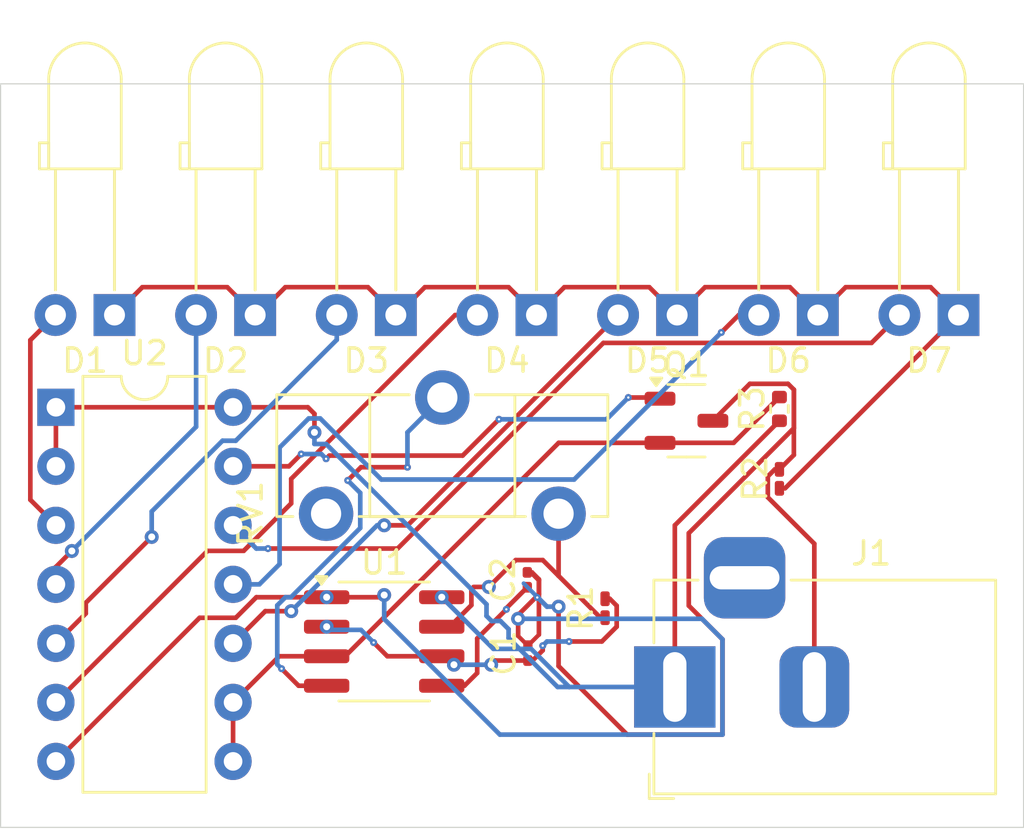
<source format=kicad_pcb>
(kicad_pcb (version 20240108) (generator "pcbnew") (generator_version "8.0")
  (layers (0 "F.Cu" signal) (31 "B.Cu" signal) (34 "B.Paste" user) (35 "F.Paste" user) (36 "B.SilkS" user "B.Silkscreen") (37 "F.SilkS" user "F.Silkscreen") (38 "B.Mask" user) (39 "F.Mask" user) (44 "Edge.Cuts" user))
  (net 0 "")
  (net 1 "GND")
  (net 2 "Net-(U1-THR)")
  (net 3 "Net-(U1-CV)")
  (net 4 "Net-(D1-K)")
  (net 5 "/l1")
  (net 6 "/l2")
  (net 7 "/l3")
  (net 8 "/l4")
  (net 9 "/l5")
  (net 10 "/l6")
  (net 11 "/l7")
  (net 12 "/VCC")
  (net 13 "/clear")
  (net 14 "Net-(Q1-B)")
  (net 15 "Net-(U1-DIS)")
  (net 17 "Net-(U1-R)")
  (footprint "Resistor_SMD:R_0402_1005Metric" (layer "F.Cu") (at 149 99.49 90)
    (property "Reference" "R3" (at 0 -1.17 270) (layer "F.SilkS"))
    (property "Value" "10K")
    (fp_line (start -0.153641 -0.38) (end 0.153641 -0.38) (stroke (width 0.12)) (layer "F.SilkS"))
    (fp_line (start -0.153641 0.38) (end 0.153641 0.38) (stroke (width 0.12)) (layer "F.SilkS"))
    (pad "1" smd roundrect (at -0.51 0 90) (size 0.54 0.64) (layers "F.Cu" "F.Paste" "F.Mask") (net 12 "/VCC"))
    (pad "2" smd roundrect (at 0.51 0 90) (size 0.54 0.64) (layers "F.Cu" "F.Paste" "F.Mask") (net 13 "/clear"))
  )
  (footprint "Package_DIP:DIP-14_W7.62mm" (layer "F.Cu") (at 117.88 99.42)
    (property "Reference" "U2" (at 3.81 -2.33 360) (layer "F.SilkS"))
    (property "Value" "74164")
    (fp_line (start 1.16 -1.33) (end 1.16 16.57) (stroke (width 0.12)) (layer "F.SilkS"))
    (fp_line (start 1.16 16.57) (end 6.46 16.57) (stroke (width 0.12)) (layer "F.SilkS"))
    (fp_line (start 2.81 -1.33) (end 1.16 -1.33) (stroke (width 0.12)) (layer "F.SilkS"))
    (fp_line (start 6.46 -1.33) (end 4.81 -1.33) (stroke (width 0.12)) (layer "F.SilkS"))
    (fp_line (start 6.46 16.57) (end 6.46 -1.33) (stroke (width 0.12)) (layer "F.SilkS"))
    (fp_arc (start 4.81 -1.33) (mid 3.81 -0.33) (end 2.81 -1.33) (stroke (width 0.12)) (layer "F.SilkS"))
    (pad "1" thru_hole rect (at 0 0) (size 1.6 1.6) (drill 0.8) (layers "*.Cu" "*.Mask") (net 12 "/VCC"))
    (pad "2" thru_hole oval (at 0 2.54) (size 1.6 1.6) (drill 0.8) (layers "*.Cu" "*.Mask") (net 12 "/VCC"))
    (pad "3" thru_hole oval (at 0 5.08) (size 1.6 1.6) (drill 0.8) (layers "*.Cu" "*.Mask") (net 5 "/l1"))
    (pad "4" thru_hole oval (at 0 7.62) (size 1.6 1.6) (drill 0.8) (layers "*.Cu" "*.Mask") (net 6 "/l2"))
    (pad "5" thru_hole oval (at 0 10.16) (size 1.6 1.6) (drill 0.8) (layers "*.Cu" "*.Mask") (net 7 "/l3"))
    (pad "6" thru_hole oval (at 0 12.7) (size 1.6 1.6) (drill 0.8) (layers "*.Cu" "*.Mask") (net 8 "/l4"))
    (pad "7" thru_hole oval (at 0 15.24) (size 1.6 1.6) (drill 0.8) (layers "*.Cu" "*.Mask") (net 1 "GND"))
    (pad "8" thru_hole oval (at 7.62 15.24) (size 1.6 1.6) (drill 0.8) (layers "*.Cu" "*.Mask") (net 13 "/clear"))
    (pad "9" thru_hole oval (at 7.62 12.7) (size 1.6 1.6) (drill 0.8) (layers "*.Cu" "*.Mask") (net 13 "/clear"))
    (pad "10" thru_hole oval (at 7.62 10.16) (size 1.6 1.6) (drill 0.8) (layers "*.Cu" "*.Mask") (net 9 "/l5"))
    (pad "11" thru_hole oval (at 7.62 7.62) (size 1.6 1.6) (drill 0.8) (layers "*.Cu" "*.Mask") (net 10 "/l6"))
    (pad "12" thru_hole oval (at 7.62 5.08) (size 1.6 1.6) (drill 0.8) (layers "*.Cu" "*.Mask") (net 11 "/l7"))
    (pad "13" thru_hole oval (at 7.62 2.54) (size 1.6 1.6) (drill 0.8) (layers "*.Cu" "*.Mask") (net 14 "Net-(Q1-B)"))
    (pad "14" thru_hole oval (at 7.62 0) (size 1.6 1.6) (drill 0.8) (layers "*.Cu" "*.Mask") (net 12 "/VCC"))
  )
  (footprint "Connector_BarrelJack:BarrelJack_Horizontal" (layer "F.Cu") (at 144.5 111.4575 180)
    (property "Reference" "J1" (at -8.45 5.75 180) (layer "F.SilkS"))
    (property "Value" "5V DC")
    (fp_line (start 1.1 -3.75) (end 1.1 -4.8) (stroke (width 0.12)) (layer "F.SilkS"))
    (fp_line (start 0.9 4.6) (end -1 4.6) (stroke (width 0.12)) (layer "F.SilkS"))
    (fp_line (start 0.9 1.9) (end 0.9 4.6) (stroke (width 0.12)) (layer "F.SilkS"))
    (fp_line (start 0.9 -4.6) (end 0.9 -2) (stroke (width 0.12)) (layer "F.SilkS"))
    (fp_line (start 0.05 -4.8) (end 1.1 -4.8) (stroke (width 0.12)) (layer "F.SilkS"))
    (fp_line (start -5 4.6) (end -13.8 4.6) (stroke (width 0.12)) (layer "F.SilkS"))
    (fp_line (start -13.8 4.6) (end -13.8 -4.6) (stroke (width 0.12)) (layer "F.SilkS"))
    (fp_line (start -13.8 -4.6) (end 0.9 -4.6) (stroke (width 0.12)) (layer "F.SilkS"))
    (pad "1" thru_hole rect (at 0 0 180) (size 3.5 3.5) (drill oval 1 3) (layers "*.Cu" "*.Mask") (net 12 "/VCC"))
    (pad "2" thru_hole roundrect (at -6 0 180) (size 3 3.5) (drill oval 1 3) (layers "*.Cu" "*.Mask") (net 1 "GND"))
    (pad "3" thru_hole roundrect (at -3 4.7 180) (size 3.5 3.5) (drill oval 3 1) (layers "*.Cu" "*.Mask"))
  )
  (footprint "Resistor_SMD:R_0201_0603Metric_Pad0.64x0.40mm_HandSolder" (layer "F.Cu") (at 149 102.5 90)
    (property "Reference" "R2" (at 0 -1.05 270) (layer "F.SilkS"))
    (property "Value" "220")
    (pad "1" smd roundrect (at -0.4075 0 90) (size 0.635 0.4) (layers "F.Cu" "F.Mask") (net 4 "Net-(D1-K)"))
    (pad "2" smd roundrect (at 0.4075 0 90) (size 0.635 0.4) (layers "F.Cu" "F.Mask") (net 1 "GND"))
  )
  (footprint "Package_SO:SOIC-8_3.9x4.9mm_P1.27mm" (layer "F.Cu") (at 132 109.5)
    (property "Reference" "U1" (at 0 -3.4 0) (layer "F.SilkS"))
    (property "Value" "NE555D")
    (fp_line (start 0 -2.56) (end -1.95 -2.56) (stroke (width 0.12)) (layer "F.SilkS"))
    (fp_line (start 0 -2.56) (end 1.95 -2.56) (stroke (width 0.12)) (layer "F.SilkS"))
    (fp_line (start 0 2.56) (end -1.95 2.56) (stroke (width 0.12)) (layer "F.SilkS"))
    (fp_line (start 0 2.56) (end 1.95 2.56) (stroke (width 0.12)) (layer "F.SilkS"))
    (fp_poly (pts (xy -2.7 -2.465) (xy -2.94 -2.795) (xy -2.46 -2.795) (xy -2.7 -2.465)) (stroke (width 0.12)) (fill solid) (layer "F.SilkS"))
    (pad "1" smd roundrect (at -2.475 -1.905) (size 1.95 0.6) (layers "F.Cu" "F.Paste" "F.Mask") (net 1 "GND"))
    (pad "2" smd roundrect (at -2.475 -0.635) (size 1.95 0.6) (layers "F.Cu" "F.Paste" "F.Mask") (net 2 "Net-(U1-THR)"))
    (pad "3" smd roundrect (at -2.475 0.635) (size 1.95 0.6) (layers "F.Cu" "F.Paste" "F.Mask") (net 13 "/clear"))
    (pad "4" smd roundrect (at -2.475 1.905) (size 1.95 0.6) (layers "F.Cu" "F.Paste" "F.Mask") (net 17 "Net-(U1-R)"))
    (pad "5" smd roundrect (at 2.475 1.905) (size 1.95 0.6) (layers "F.Cu" "F.Paste" "F.Mask") (net 3 "Net-(U1-CV)"))
    (pad "6" smd roundrect (at 2.475 0.635) (size 1.95 0.6) (layers "F.Cu" "F.Paste" "F.Mask") (net 2 "Net-(U1-THR)"))
    (pad "7" smd roundrect (at 2.475 -0.635) (size 1.95 0.6) (layers "F.Cu" "F.Paste" "F.Mask") (net 15 "Net-(U1-DIS)"))
    (pad "8" smd roundrect (at 2.475 -1.905) (size 1.95 0.6) (layers "F.Cu" "F.Paste" "F.Mask") (net 12 "/VCC"))
  )
  (footprint "LED_THT:LED_D3.0mm_Horizontal_O6.35mm_Z10.0mm" (layer "F.Cu") (at 126.45 95.45 180)
    (property "Reference" "D2" (at 1.27 -1.96 180) (layer "F.SilkS"))
    (property "Value" "LED")
    (fp_line (start 3.23 7.41) (end 2.83 7.41) (stroke (width 0.12)) (layer "F.SilkS"))
    (fp_line (start 3.23 6.29) (end 3.23 7.41) (stroke (width 0.12)) (layer "F.SilkS"))
    (fp_line (start 2.83 7.41) (end 2.83 6.29) (stroke (width 0.12)) (layer "F.SilkS"))
    (fp_line (start 2.83 6.29) (end 3.23 6.29) (stroke (width 0.12)) (layer "F.SilkS"))
    (fp_line (start 2.83 6.29) (end 2.83 10.15) (stroke (width 0.12)) (layer "F.SilkS"))
    (fp_line (start 2.54 6.29) (end 2.54 6.29) (stroke (width 0.12)) (layer "F.SilkS"))
    (fp_line (start 2.54 6.29) (end 2.54 1.08) (stroke (width 0.12)) (layer "F.SilkS"))
    (fp_line (start 2.54 1.08) (end 2.54 6.29) (stroke (width 0.12)) (layer "F.SilkS"))
    (fp_line (start 2.54 1.08) (end 2.54 1.08) (stroke (width 0.12)) (layer "F.SilkS"))
    (fp_line (start 0 6.29) (end 0 6.29) (stroke (width 0.12)) (layer "F.SilkS"))
    (fp_line (start 0 6.29) (end 0 1.08) (stroke (width 0.12)) (layer "F.SilkS"))
    (fp_line (start 0 1.08) (end 0 6.29) (stroke (width 0.12)) (layer "F.SilkS"))
    (fp_line (start 0 1.08) (end 0 1.08) (stroke (width 0.12)) (layer "F.SilkS"))
    (fp_line (start -0.29 6.29) (end 2.83 6.29) (stroke (width 0.12)) (layer "F.SilkS"))
    (fp_line (start -0.29 6.29) (end -0.29 10.15) (stroke (width 0.12)) (layer "F.SilkS"))
    (fp_arc (start 2.83 10.15) (mid 1.27 11.71) (end -0.29 10.15) (stroke (width 0.12)) (layer "F.SilkS"))
    (pad "1" thru_hole rect (at 0 0 180) (size 1.8 1.8) (drill 0.9) (layers "*.Cu" "*.Mask") (net 4 "Net-(D1-K)"))
    (pad "2" thru_hole circle (at 2.54 0 180) (size 1.8 1.8) (drill 0.9) (layers "*.Cu" "*.Mask") (net 6 "/l2"))
  )
  (footprint "Capacitor_SMD:C_0201_0603Metric" (layer "F.Cu") (at 138.18 110 90)
    (property "Reference" "C1" (at 0 -1.05 270) (layer "F.SilkS"))
    (property "Value" "100u")
    (pad "1" smd roundrect (at -0.32 0 90) (size 0.46 0.4) (layers "F.Cu" "F.Mask") (net 2 "Net-(U1-THR)"))
    (pad "2" smd roundrect (at 0.32 0 90) (size 0.46 0.4) (layers "F.Cu" "F.Mask") (net 1 "GND"))
  )
  (footprint "Package_TO_SOT_SMD:SOT-23-3" (layer "F.Cu") (at 145 100)
    (property "Reference" "Q1" (at 0 -2.4 0) (layer "F.SilkS"))
    (property "Value" "Q_NPN_BCE")
    (fp_line (start 0 -1.56) (end -0.8 -1.56) (stroke (width 0.12)) (layer "F.SilkS"))
    (fp_line (start 0 -1.56) (end 0.8 -1.56) (stroke (width 0.12)) (layer "F.SilkS"))
    (fp_line (start 0 1.56) (end -0.8 1.56) (stroke (width 0.12)) (layer "F.SilkS"))
    (fp_line (start 0 1.56) (end 0.8 1.56) (stroke (width 0.12)) (layer "F.SilkS"))
    (fp_poly (pts (xy -1.3 -1.51) (xy -1.54 -1.84) (xy -1.06 -1.84) (xy -1.3 -1.51)) (stroke (width 0.12)) (fill solid) (layer "F.SilkS"))
    (pad "1" smd roundrect (at -1.1375 -0.95) (size 1.325 0.6) (layers "F.Cu" "F.Paste" "F.Mask") (net 14 "Net-(Q1-B)"))
    (pad "2" smd roundrect (at -1.1375 0.95) (size 1.325 0.6) (layers "F.Cu" "F.Paste" "F.Mask") (net 13 "/clear"))
    (pad "3" smd roundrect (at 1.1375 0) (size 1.325 0.6) (layers "F.Cu" "F.Paste" "F.Mask") (net 1 "GND"))
  )
  (footprint "Potentiometer_THT:Potentiometer_ACP_CA14-H5_Horizontal" (layer "F.Cu") (at 129.5 104 90)
    (property "Reference" "RV1" (at 0 -3.25 270) (layer "F.SilkS"))
    (property "Value" "4.7K")
    (fp_line (start 5.12 -2.12) (end 5.12 3.575) (stroke (width 0.12)) (layer "F.SilkS"))
    (fp_line (start -0.121 -2.12) (end 5.12 -2.12) (stroke (width 0.12)) (layer "F.SilkS"))
    (fp_line (start -0.121 -2.12) (end -0.121 -1.426) (stroke (width 0.12)) (layer "F.SilkS"))
    (fp_line (start -0.121 1.426) (end -0.121 8.575) (stroke (width 0.12)) (layer "F.SilkS"))
    (fp_line (start 5.12 1.88) (end 5.12 3.575) (stroke (width 0.12)) (layer "F.SilkS"))
    (fp_line (start -0.121 1.88) (end 5.12 1.88) (stroke (width 0.12)) (layer "F.SilkS"))
    (fp_line (start -0.121 1.88) (end -0.121 8.121) (stroke (width 0.12)) (layer "F.SilkS"))
    (fp_line (start 5.12 6.425) (end 5.12 8.121) (stroke (width 0.12)) (layer "F.SilkS"))
    (fp_line (start 5.12 6.425) (end 5.12 12.12) (stroke (width 0.12)) (layer "F.SilkS"))
    (fp_line (start -0.121 8.121) (end 5.12 8.121) (stroke (width 0.12)) (layer "F.SilkS"))
    (fp_line (start -0.121 11.425) (end -0.121 12.12) (stroke (width 0.12)) (layer "F.SilkS"))
    (fp_line (start -0.121 12.12) (end 5.12 12.12) (stroke (width 0.12)) (layer "F.SilkS"))
    (pad "1" thru_hole circle (at 0 0 90) (size 2.34 2.34) (drill 1.3) (layers "*.Cu" "*.Mask"))
    (pad "2" thru_hole circle (at 5 5 90) (size 2.34 2.34) (drill 1.3) (layers "*.Cu" "*.Mask") (net 17 "Net-(U1-R)"))
    (pad "3" thru_hole circle (at 0 10 90) (size 2.34 2.34) (drill 1.3) (layers "*.Cu" "*.Mask") (net 15 "Net-(U1-DIS)"))
  )
  (footprint "LED_THT:LED_D3.0mm_Horizontal_O6.35mm_Z10.0mm" (layer "F.Cu") (at 150.65 95.45 180)
    (property "Reference" "D6" (at 1.27 -1.96 180) (layer "F.SilkS"))
    (property "Value" "LED")
    (fp_line (start 3.23 7.41) (end 2.83 7.41) (stroke (width 0.12)) (layer "F.SilkS"))
    (fp_line (start 3.23 6.29) (end 3.23 7.41) (stroke (width 0.12)) (layer "F.SilkS"))
    (fp_line (start 2.83 7.41) (end 2.83 6.29) (stroke (width 0.12)) (layer "F.SilkS"))
    (fp_line (start 2.83 6.29) (end 3.23 6.29) (stroke (width 0.12)) (layer "F.SilkS"))
    (fp_line (start 2.83 6.29) (end 2.83 10.15) (stroke (width 0.12)) (layer "F.SilkS"))
    (fp_line (start 2.54 6.29) (end 2.54 6.29) (stroke (width 0.12)) (layer "F.SilkS"))
    (fp_line (start 2.54 6.29) (end 2.54 1.08) (stroke (width 0.12)) (layer "F.SilkS"))
    (fp_line (start 2.54 1.08) (end 2.54 6.29) (stroke (width 0.12)) (layer "F.SilkS"))
    (fp_line (start 2.54 1.08) (end 2.54 1.08) (stroke (width 0.12)) (layer "F.SilkS"))
    (fp_line (start 0 6.29) (end 0 6.29) (stroke (width 0.12)) (layer "F.SilkS"))
    (fp_line (start 0 6.29) (end 0 1.08) (stroke (width 0.12)) (layer "F.SilkS"))
    (fp_line (start 0 1.08) (end 0 6.29) (stroke (width 0.12)) (layer "F.SilkS"))
    (fp_line (start 0 1.08) (end 0 1.08) (stroke (width 0.12)) (layer "F.SilkS"))
    (fp_line (start -0.29 6.29) (end 2.83 6.29) (stroke (width 0.12)) (layer "F.SilkS"))
    (fp_line (start -0.29 6.29) (end -0.29 10.15) (stroke (width 0.12)) (layer "F.SilkS"))
    (fp_arc (start 2.83 10.15) (mid 1.27 11.71) (end -0.29 10.15) (stroke (width 0.12)) (layer "F.SilkS"))
    (pad "1" thru_hole rect (at 0 0 180) (size 1.8 1.8) (drill 0.9) (layers "*.Cu" "*.Mask") (net 4 "Net-(D1-K)"))
    (pad "2" thru_hole circle (at 2.54 0 180) (size 1.8 1.8) (drill 0.9) (layers "*.Cu" "*.Mask") (net 10 "/l6"))
  )
  (footprint "LED_THT:LED_D3.0mm_Horizontal_O6.35mm_Z10.0mm" (layer "F.Cu") (at 120.4 95.45 180)
    (property "Reference" "D1" (at 1.27 -1.96 180) (layer "F.SilkS"))
    (property "Value" "LED")
    (fp_line (start 3.23 7.41) (end 2.83 7.41) (stroke (width 0.12)) (layer "F.SilkS"))
    (fp_line (start 3.23 6.29) (end 3.23 7.41) (stroke (width 0.12)) (layer "F.SilkS"))
    (fp_line (start 2.83 7.41) (end 2.83 6.29) (stroke (width 0.12)) (layer "F.SilkS"))
    (fp_line (start 2.83 6.29) (end 3.23 6.29) (stroke (width 0.12)) (layer "F.SilkS"))
    (fp_line (start 2.83 6.29) (end 2.83 10.15) (stroke (width 0.12)) (layer "F.SilkS"))
    (fp_line (start 2.54 6.29) (end 2.54 6.29) (stroke (width 0.12)) (layer "F.SilkS"))
    (fp_line (start 2.54 6.29) (end 2.54 1.08) (stroke (width 0.12)) (layer "F.SilkS"))
    (fp_line (start 2.54 1.08) (end 2.54 6.29) (stroke (width 0.12)) (layer "F.SilkS"))
    (fp_line (start 2.54 1.08) (end 2.54 1.08) (stroke (width 0.12)) (layer "F.SilkS"))
    (fp_line (start 0 6.29) (end 0 6.29) (stroke (width 0.12)) (layer "F.SilkS"))
    (fp_line (start 0 6.29) (end 0 1.08) (stroke (width 0.12)) (layer "F.SilkS"))
    (fp_line (start 0 1.08) (end 0 6.29) (stroke (width 0.12)) (layer "F.SilkS"))
    (fp_line (start 0 1.08) (end 0 1.08) (stroke (width 0.12)) (layer "F.SilkS"))
    (fp_line (start -0.29 6.29) (end 2.83 6.29) (stroke (width 0.12)) (layer "F.SilkS"))
    (fp_line (start -0.29 6.29) (end -0.29 10.15) (stroke (width 0.12)) (layer "F.SilkS"))
    (fp_arc (start 2.83 10.15) (mid 1.27 11.71) (end -0.29 10.15) (stroke (width 0.12)) (layer "F.SilkS"))
    (pad "1" thru_hole rect (at 0 0 180) (size 1.8 1.8) (drill 0.9) (layers "*.Cu" "*.Mask") (net 4 "Net-(D1-K)"))
    (pad "2" thru_hole circle (at 2.54 0 180) (size 1.8 1.8) (drill 0.9) (layers "*.Cu" "*.Mask") (net 5 "/l1"))
  )
  (footprint "LED_THT:LED_D3.0mm_Horizontal_O6.35mm_Z10.0mm" (layer "F.Cu") (at 144.6 95.45 180)
    (property "Reference" "D5" (at 1.27 -1.96 180) (layer "F.SilkS"))
    (property "Value" "LED")
    (fp_line (start 3.23 7.41) (end 2.83 7.41) (stroke (width 0.12)) (layer "F.SilkS"))
    (fp_line (start 3.23 6.29) (end 3.23 7.41) (stroke (width 0.12)) (layer "F.SilkS"))
    (fp_line (start 2.83 7.41) (end 2.83 6.29) (stroke (width 0.12)) (layer "F.SilkS"))
    (fp_line (start 2.83 6.29) (end 3.23 6.29) (stroke (width 0.12)) (layer "F.SilkS"))
    (fp_line (start 2.83 6.29) (end 2.83 10.15) (stroke (width 0.12)) (layer "F.SilkS"))
    (fp_line (start 2.54 6.29) (end 2.54 6.29) (stroke (width 0.12)) (layer "F.SilkS"))
    (fp_line (start 2.54 6.29) (end 2.54 1.08) (stroke (width 0.12)) (layer "F.SilkS"))
    (fp_line (start 2.54 1.08) (end 2.54 6.29) (stroke (width 0.12)) (layer "F.SilkS"))
    (fp_line (start 2.54 1.08) (end 2.54 1.08) (stroke (width 0.12)) (layer "F.SilkS"))
    (fp_line (start 0 6.29) (end 0 6.29) (stroke (width 0.12)) (layer "F.SilkS"))
    (fp_line (start 0 6.29) (end 0 1.08) (stroke (width 0.12)) (layer "F.SilkS"))
    (fp_line (start 0 1.08) (end 0 6.29) (stroke (width 0.12)) (layer "F.SilkS"))
    (fp_line (start 0 1.08) (end 0 1.08) (stroke (width 0.12)) (layer "F.SilkS"))
    (fp_line (start -0.29 6.29) (end 2.83 6.29) (stroke (width 0.12)) (layer "F.SilkS"))
    (fp_line (start -0.29 6.29) (end -0.29 10.15) (stroke (width 0.12)) (layer "F.SilkS"))
    (fp_arc (start 2.83 10.15) (mid 1.27 11.71) (end -0.29 10.15) (stroke (width 0.12)) (layer "F.SilkS"))
    (pad "1" thru_hole rect (at 0 0 180) (size 1.8 1.8) (drill 0.9) (layers "*.Cu" "*.Mask") (net 4 "Net-(D1-K)"))
    (pad "2" thru_hole circle (at 2.54 0 180) (size 1.8 1.8) (drill 0.9) (layers "*.Cu" "*.Mask") (net 9 "/l5"))
  )
  (footprint "LED_THT:LED_D3.0mm_Horizontal_O6.35mm_Z10.0mm" (layer "F.Cu") (at 132.5 95.45 180)
    (property "Reference" "D3" (at 1.27 -1.96 180) (layer "F.SilkS"))
    (property "Value" "LED")
    (fp_line (start 3.23 7.41) (end 2.83 7.41) (stroke (width 0.12)) (layer "F.SilkS"))
    (fp_line (start 3.23 6.29) (end 3.23 7.41) (stroke (width 0.12)) (layer "F.SilkS"))
    (fp_line (start 2.83 7.41) (end 2.83 6.29) (stroke (width 0.12)) (layer "F.SilkS"))
    (fp_line (start 2.83 6.29) (end 3.23 6.29) (stroke (width 0.12)) (layer "F.SilkS"))
    (fp_line (start 2.83 6.29) (end 2.83 10.15) (stroke (width 0.12)) (layer "F.SilkS"))
    (fp_line (start 2.54 6.29) (end 2.54 6.29) (stroke (width 0.12)) (layer "F.SilkS"))
    (fp_line (start 2.54 6.29) (end 2.54 1.08) (stroke (width 0.12)) (layer "F.SilkS"))
    (fp_line (start 2.54 1.08) (end 2.54 6.29) (stroke (width 0.12)) (layer "F.SilkS"))
    (fp_line (start 2.54 1.08) (end 2.54 1.08) (stroke (width 0.12)) (layer "F.SilkS"))
    (fp_line (start 0 6.29) (end 0 6.29) (stroke (width 0.12)) (layer "F.SilkS"))
    (fp_line (start 0 6.29) (end 0 1.08) (stroke (width 0.12)) (layer "F.SilkS"))
    (fp_line (start 0 1.08) (end 0 6.29) (stroke (width 0.12)) (layer "F.SilkS"))
    (fp_line (start 0 1.08) (end 0 1.08) (stroke (width 0.12)) (layer "F.SilkS"))
    (fp_line (start -0.29 6.29) (end 2.83 6.29) (stroke (width 0.12)) (layer "F.SilkS"))
    (fp_line (start -0.29 6.29) (end -0.29 10.15) (stroke (width 0.12)) (layer "F.SilkS"))
    (fp_arc (start 2.83 10.15) (mid 1.27 11.71) (end -0.29 10.15) (stroke (width 0.12)) (layer "F.SilkS"))
    (pad "1" thru_hole rect (at 0 0 180) (size 1.8 1.8) (drill 0.9) (layers "*.Cu" "*.Mask") (net 4 "Net-(D1-K)"))
    (pad "2" thru_hole circle (at 2.54 0 180) (size 1.8 1.8) (drill 0.9) (layers "*.Cu" "*.Mask") (net 7 "/l3"))
  )
  (footprint "Capacitor_SMD:C_0201_0603Metric" (layer "F.Cu") (at 138.155 106.845 90)
    (property "Reference" "C2" (at 0 -1.05 90) (layer "F.SilkS"))
    (property "Value" "10n")
    (pad "1" smd roundrect (at -0.32 0 90) (size 0.46 0.4) (layers "F.Cu" "F.Mask") (net 3 "Net-(U1-CV)"))
    (pad "2" smd roundrect (at 0.32 0 90) (size 0.46 0.4) (layers "F.Cu" "F.Mask") (net 1 "GND"))
  )
  (footprint "Resistor_SMD:R_0201_0603Metric_Pad0.64x0.40mm_HandSolder" (layer "F.Cu") (at 141.5 108.0675 90)
    (property "Reference" "R1" (at 0 -1.05 270) (layer "F.SilkS"))
    (property "Value" "10K")
    (pad "1" smd roundrect (at -0.4075 0 90) (size 0.635 0.4) (layers "F.Cu" "F.Mask") (net 15 "Net-(U1-DIS)"))
    (pad "2" smd roundrect (at 0.4075 0 90) (size 0.635 0.4) (layers "F.Cu" "F.Mask") (net 2 "Net-(U1-THR)"))
  )
  (footprint "LED_THT:LED_D3.0mm_Horizontal_O6.35mm_Z10.0mm" (layer "F.Cu") (at 138.55 95.45 180)
    (property "Reference" "D4" (at 1.27 -1.96 180) (layer "F.SilkS"))
    (property "Value" "LED")
    (fp_line (start 3.23 7.41) (end 2.83 7.41) (stroke (width 0.12)) (layer "F.SilkS"))
    (fp_line (start 3.23 6.29) (end 3.23 7.41) (stroke (width 0.12)) (layer "F.SilkS"))
    (fp_line (start 2.83 7.41) (end 2.83 6.29) (stroke (width 0.12)) (layer "F.SilkS"))
    (fp_line (start 2.83 6.29) (end 3.23 6.29) (stroke (width 0.12)) (layer "F.SilkS"))
    (fp_line (start 2.83 6.29) (end 2.83 10.15) (stroke (width 0.12)) (layer "F.SilkS"))
    (fp_line (start 2.54 6.29) (end 2.54 6.29) (stroke (width 0.12)) (layer "F.SilkS"))
    (fp_line (start 2.54 6.29) (end 2.54 1.08) (stroke (width 0.12)) (layer "F.SilkS"))
    (fp_line (start 2.54 1.08) (end 2.54 6.29) (stroke (width 0.12)) (layer "F.SilkS"))
    (fp_line (start 2.54 1.08) (end 2.54 1.08) (stroke (width 0.12)) (layer "F.SilkS"))
    (fp_line (start 0 6.29) (end 0 6.29) (stroke (width 0.12)) (layer "F.SilkS"))
    (fp_line (start 0 6.29) (end 0 1.08) (stroke (width 0.12)) (layer "F.SilkS"))
    (fp_line (start 0 1.08) (end 0 6.29) (stroke (width 0.12)) (layer "F.SilkS"))
    (fp_line (start 0 1.08) (end 0 1.08) (stroke (width 0.12)) (layer "F.SilkS"))
    (fp_line (start -0.29 6.29) (end 2.83 6.29) (stroke (width 0.12)) (layer "F.SilkS"))
    (fp_line (start -0.29 6.29) (end -0.29 10.15) (stroke (width 0.12)) (layer "F.SilkS"))
    (fp_arc (start 2.83 10.15) (mid 1.27 11.71) (end -0.29 10.15) (stroke (width 0.12)) (layer "F.SilkS"))
    (pad "1" thru_hole rect (at 0 0 180) (size 1.8 1.8) (drill 0.9) (layers "*.Cu" "*.Mask") (net 4 "Net-(D1-K)"))
    (pad "2" thru_hole circle (at 2.54 0 180) (size 1.8 1.8) (drill 0.9) (layers "*.Cu" "*.Mask") (net 8 "/l4"))
  )
  (footprint "LED_THT:LED_D3.0mm_Horizontal_O6.35mm_Z10.0mm" (layer "F.Cu") (at 156.7 95.45 180)
    (property "Reference" "D7" (at 1.27 -1.96 180) (layer "F.SilkS"))
    (property "Value" "LED")
    (fp_line (start 3.23 7.41) (end 2.83 7.41) (stroke (width 0.12)) (layer "F.SilkS"))
    (fp_line (start 3.23 6.29) (end 3.23 7.41) (stroke (width 0.12)) (layer "F.SilkS"))
    (fp_line (start 2.83 7.41) (end 2.83 6.29) (stroke (width 0.12)) (layer "F.SilkS"))
    (fp_line (start 2.83 6.29) (end 3.23 6.29) (stroke (width 0.12)) (layer "F.SilkS"))
    (fp_line (start 2.83 6.29) (end 2.83 10.15) (stroke (width 0.12)) (layer "F.SilkS"))
    (fp_line (start 2.54 6.29) (end 2.54 6.29) (stroke (width 0.12)) (layer "F.SilkS"))
    (fp_line (start 2.54 6.29) (end 2.54 1.08) (stroke (width 0.12)) (layer "F.SilkS"))
    (fp_line (start 2.54 1.08) (end 2.54 6.29) (stroke (width 0.12)) (layer "F.SilkS"))
    (fp_line (start 2.54 1.08) (end 2.54 1.08) (stroke (width 0.12)) (layer "F.SilkS"))
    (fp_line (start 0 6.29) (end 0 6.29) (stroke (width 0.12)) (layer "F.SilkS"))
    (fp_line (start 0 6.29) (end 0 1.08) (stroke (width 0.12)) (layer "F.SilkS"))
    (fp_line (start 0 1.08) (end 0 6.29) (stroke (width 0.12)) (layer "F.SilkS"))
    (fp_line (start 0 1.08) (end 0 1.08) (stroke (width 0.12)) (layer "F.SilkS"))
    (fp_line (start -0.29 6.29) (end 2.83 6.29) (stroke (width 0.12)) (layer "F.SilkS"))
    (fp_line (start -0.29 6.29) (end -0.29 10.15) (stroke (width 0.12)) (layer "F.SilkS"))
    (fp_arc (start 2.83 10.15) (mid 1.27 11.71) (end -0.29 10.15) (stroke (width 0.12)) (layer "F.SilkS"))
    (pad "1" thru_hole rect (at 0 0 180) (size 1.8 1.8) (drill 0.9) (layers "*.Cu" "*.Mask") (net 4 "Net-(D1-K)"))
    (pad "2" thru_hole circle (at 2.54 0 180) (size 1.8 1.8) (drill 0.9) (layers "*.Cu" "*.Mask") (net 11 "/l7"))
  )
  (gr_rect (start 115.5 85.5) (end 159.5 117.5) (stroke (width 0.05)) (fill none) (layer "Edge.Cuts"))
  (segment (start 137.761059 108.5228) (end 137.761059 108.357397) (width 0.2) (layer "F.Cu") (net 1))
  (segment (start 138.655 106.825001) (end 138.655 109.205) (width 0.2) (layer "F.Cu") (net 1))
  (segment (start 142.45 113.5075) (end 139.5 110.5575) (width 0.2) (layer "F.Cu") (net 1))
  (segment (start 129.525 107.595) (end 131.905 107.595) (width 0.2) (layer "F.Cu") (net 1))
  (segment (start 149.62 98.661076) (end 149.62 100.318924) (width 0.2) (layer "F.Cu") (net 1))
  (segment (start 147.7275 98.41) (end 146.1375 100) (width 0.2) (layer "F.Cu") (net 1))
  (segment (start 148.5 102.392501) (end 148.800001 102.0925) (width 0.2) (layer "F.Cu") (net 1))
  (segment (start 126.500635 107.595) (end 129.525 107.595) (width 0.2) (layer "F.Cu") (net 1))
  (segment (start 137.761059 108.357397) (end 138.655 107.463456) (width 0.2) (layer "F.Cu") (net 1))
  (segment (start 138.354999 106.525) (end 138.655 106.825001) (width 0.2) (layer "F.Cu") (net 1))
  (segment (start 117.88 114.66) (end 124.06 108.48) (width 0.2) (layer "F.Cu") (net 1))
  (segment (start 146.55 113.5075) (end 142.45 113.5075) (width 0.2) (layer "F.Cu") (net 1))
  (segment (start 138.313456 106.525) (end 138.155 106.525) (width 0.2) (layer "F.Cu") (net 1))
  (segment (start 137.761059 108.5228) (end 137.761059 109.261059) (width 0.2) (layer "F.Cu") (net 1))
  (segment (start 145.1 104.838924) (end 145.1 107.9575) (width 0.2) (layer "F.Cu") (net 1))
  (segment (start 138.655 109.205) (end 138.18 109.68) (width 0.18) (layer "F.Cu") (net 1))
  (segment (start 131.905 107.595) (end 132 107.5) (width 0.2) (layer "F.Cu") (net 1))
  (segment (start 149 102.0925) (end 149.62 101.4725) (width 0.2) (layer "F.Cu") (net 1))
  (segment (start 139.5 110.5575) (end 139.5 108) (width 0.2) (layer "F.Cu") (net 1))
  (segment (start 148.800001 102.0925) (end 149 102.0925) (width 0.2) (layer "F.Cu") (net 1))
  (segment (start 125.615635 108.48) (end 126.500635 107.595) (width 0.2) (layer "F.Cu") (net 1))
  (segment (start 138.655 107.463456) (end 138.655 106.866544) (width 0.2) (layer "F.Cu") (net 1))
  (segment (start 149.62 98.661076) (end 149.368924 98.41) (width 0.2) (layer "F.Cu") (net 1))
  (segment (start 138.155 106.525) (end 138.354999 106.525) (width 0.2) (layer "F.Cu") (net 1))
  (segment (start 145.1 107.9575) (end 146.55 109.4075) (width 0.2) (layer "F.Cu") (net 1))
  (segment (start 149.62 101.4725) (end 149.62 98.661076) (width 0.2) (layer "F.Cu") (net 1))
  (segment (start 146.55 109.4075) (end 146.55 113.5075) (width 0.2) (layer "F.Cu") (net 1))
  (segment (start 150.5 111.4575) (end 150.5 105.293456) (width 0.2) (layer "F.Cu") (net 1))
  (segment (start 148.5 103.293456) (end 148.5 102.392501) (width 0.2) (layer "F.Cu") (net 1))
  (segment (start 150.5 105.293456) (end 148.5 103.293456) (width 0.2) (layer "F.Cu") (net 1))
  (segment (start 138.655 106.866544) (end 138.313456 106.525) (width 0.2) (layer "F.Cu") (net 1))
  (segment (start 149.62 100.318924) (end 145.1 104.838924) (width 0.2) (layer "F.Cu") (net 1))
  (segment (start 137.761059 109.261059) (end 138.18 109.68) (width 0.18) (layer "F.Cu") (net 1))
  (segment (start 149.368924 98.41) (end 147.7275 98.41) (width 0.2) (layer "F.Cu") (net 1))
  (segment (start 124.06 108.48) (end 125.615635 108.48) (width 0.2) (layer "F.Cu") (net 1))
  (via (at 139.5 108) (size 0.6) (drill 0.3) (layers "F.Cu" "B.Cu") (net 1))
  (via micro (at 138.582548 107.606355) (size 0.3) (drill 0.1) (layers "F.Cu" "B.Cu") (net 1))
  (via (at 132 107.5) (size 0.6) (drill 0.3) (layers "F.Cu" "B.Cu") (net 1))
  (via (at 137.761059 108.5228) (size 0.6) (drill 0.3) (layers "F.Cu" "B.Cu") (net 1))
  (via (at 129.525 107.595) (size 0.6) (drill 0.3) (layers "F.Cu" "B.Cu") (net 1))
  (segment (start 138.5 107.5) (end 139 108) (width 0.2) (layer "B.Cu") (net 1))
  (segment (start 138.606355 107.606355) (end 138.582548 107.606355) (width 0.2) (layer "B.Cu") (net 1))
  (segment (start 137.761059 108.5228) (end 145.6653 108.5228) (width 0.2) (layer "B.Cu") (net 1))
  (segment (start 145.6653 108.5228) (end 146.55 109.4075) (width 0.2) (layer "B.Cu") (net 1))
  (segment (start 132 108.532843) (end 132 107.5) (width 0.2) (layer "B.Cu") (net 1))
  (segment (start 146.55 109.4075) (end 146.55 113.5075) (width 0.2) (layer "B.Cu") (net 1))
  (segment (start 139 108) (end 139.5 108) (width 0.2) (layer "B.Cu") (net 1))
  (segment (start 138 107) (end 138.5 107.5) (width 0.18) (layer "B.Cu") (net 1))
  (segment (start 146.55 113.5075) (end 136.974657 113.5075) (width 0.2) (layer "B.Cu") (net 1))
  (segment (start 139 108) (end 138.606355 107.606355) (width 0.2) (layer "B.Cu") (net 1))
  (segment (start 136.974657 113.5075) (end 132 108.532843) (width 0.2) (layer "B.Cu") (net 1))
  (segment (start 136.78 110.32) (end 136.6 110.5) (width 0.2) (layer "F.Cu") (net 2))
  (segment (start 138.18 110.32) (end 136.78 110.32) (width 0.2) (layer "F.Cu") (net 2))
  (segment (start 134.475 110.135) (end 132.135 110.135) (width 0.2) (layer "F.Cu") (net 2))
  (segment (start 132.135 110.135) (end 131.545423 109.545423) (width 0.2) (layer "F.Cu") (net 2))
  (segment (start 141.5 107.66) (end 141.699999 107.66) (width 0.2) (layer "F.Cu") (net 2))
  (segment (start 138.818199 109.681801) (end 138.818199 109.8818) (width 0.2) (layer "F.Cu") (net 2))
  (segment (start 141.699999 107.66) (end 142 107.960001) (width 0.2) (layer "F.Cu") (net 2))
  (segment (start 141.360956 109.5) (end 139.95 109.5) (width 0.2) (layer "F.Cu") (net 2))
  (segment (start 138.818199 109.8818) (end 138.379999 110.32) (width 0.2) (layer "F.Cu") (net 2))
  (segment (start 142 107.960001) (end 142 108.860956) (width 0.2) (layer "F.Cu") (net 2))
  (segment (start 134.635 110.135) (end 135 110.5) (width 0.2) (layer "F.Cu") (net 2))
  (segment (start 142 108.860956) (end 141.360956 109.5) (width 0.2) (layer "F.Cu") (net 2))
  (segment (start 138.379999 110.32) (end 138.18 110.32) (width 0.18) (layer "F.Cu") (net 2))
  (segment (start 134.475 110.135) (end 134.635 110.135) (width 0.2) (layer "F.Cu") (net 2))
  (via blind (at 129.525 108.865) (size 0.6) (drill 0.3) (layers "F.Cu" "B.Cu") (net 2))
  (via micro (at 138.818199 109.681801) (size 0.3) (drill 0.1) (layers "F.Cu" "B.Cu") (net 2))
  (via blind (at 135 110.5) (size 0.6) (drill 0.3) (layers "F.Cu" "B.Cu") (net 2))
  (via micro (at 131.545423 109.545423) (size 0.3) (drill 0.1) (layers "F.Cu" "B.Cu") (net 2))
  (via micro (at 139.95 109.5) (size 0.3) (drill 0.1) (layers "F.Cu" "B.Cu") (net 2))
  (via (at 136.6 110.5) (size 0.6) (drill 0.3) (layers "F.Cu" "B.Cu") (net 2))
  (segment (start 139.95 109.5) (end 139 109.5) (width 0.2) (layer "B.Cu") (net 2))
  (segment (start 131 109) (end 129.66 109) (width 0.2) (layer "B.Cu") (net 2))
  (segment (start 136.6 110.5) (end 135 110.5) (width 0.2) (layer "B.Cu") (net 2))
  (segment (start 131.545423 109.545423) (end 131 109) (width 0.2) (layer "B.Cu") (net 2))
  (segment (start 129.66 109) (end 129.525 108.865) (width 0.2) (layer "B.Cu") (net 2))
  (segment (start 139 109.5) (end 138.818199 109.681801) (width 0.2) (layer "B.Cu") (net 2))
  (segment (start 135.449999 111.405) (end 134.475 111.405) (width 0.2) (layer "F.Cu") (net 3))
  (segment (start 137.253338 108.11694) (end 136 109.370278) (width 0.2) (layer "F.Cu") (net 3))
  (segment (start 136 109.370278) (end 136 110.854999) (width 0.2) (layer "F.Cu") (net 3))
  (segment (start 136 110.854999) (end 135.449999 111.405) (width 0.2) (layer "F.Cu") (net 3))
  (segment (start 137.253338 108.066662) (end 138.155 107.165) (width 0.2) (layer "F.Cu") (net 3))
  (segment (start 137.253338 108.11694) (end 137.253338 108.066662) (width 0.2) (layer "F.Cu") (net 3))
  (via micro (at 137.253338 108.11694) (size 0.3) (drill 0.1) (layers "F.Cu" "B.Cu") (net 3))
  (segment (start 144.6 95.45) (end 145.8 94.25) (width 0.2) (layer "F.Cu") (net 4))
  (segment (start 149.2425 102.9075) (end 149 102.9075) (width 0.18) (layer "F.Cu") (net 4))
  (segment (start 125.25 94.25) (end 126.45 95.45) (width 0.2) (layer "F.Cu") (net 4))
  (segment (start 127.75 94.25) (end 131.3 94.25) (width 0.2) (layer "F.Cu") (net 4))
  (segment (start 121.6 94.25) (end 125.25 94.25) (width 0.2) (layer "F.Cu") (net 4))
  (segment (start 151.85 94.25) (end 155.5 94.25) (width 0.2) (layer "F.Cu") (net 4))
  (segment (start 132.55 95.45) (end 133.75 94.25) (width 0.2) (layer "F.Cu") (net 4))
  (segment (start 137.35 94.25) (end 138.55 95.45) (width 0.2) (layer "F.Cu") (net 4))
  (segment (start 133.75 94.25) (end 137.35 94.25) (width 0.2) (layer "F.Cu") (net 4))
  (segment (start 120.4 95.45) (end 121.6 94.25) (width 0.2) (layer "F.Cu") (net 4))
  (segment (start 131.3 94.25) (end 132.5 95.45) (width 0.2) (layer "F.Cu") (net 4))
  (segment (start 150.65 95.45) (end 151.85 94.25) (width 0.2) (layer "F.Cu") (net 4))
  (segment (start 149.45 94.25) (end 150.65 95.45) (width 0.2) (layer "F.Cu") (net 4))
  (segment (start 132.5 95.45) (end 132.55 95.45) (width 0.2) (layer "F.Cu") (net 4))
  (segment (start 138.55 95.45) (end 139.75 94.25) (width 0.2) (layer "F.Cu") (net 4))
  (segment (start 156.7 95.45) (end 149.2425 102.9075) (width 0.2) (layer "F.Cu") (net 4))
  (segment (start 143.4 94.25) (end 144.6 95.45) (width 0.2) (layer "F.Cu") (net 4))
  (segment (start 126.55 95.45) (end 127.75 94.25) (width 0.2) (layer "F.Cu") (net 4))
  (segment (start 145.8 94.25) (end 149.45 94.25) (width 0.2) (layer "F.Cu") (net 4))
  (segment (start 139.75 94.25) (end 143.4 94.25) (width 0.2) (layer "F.Cu") (net 4))
  (segment (start 155.5 94.25) (end 156.7 95.45) (width 0.2) (layer "F.Cu") (net 4))
  (segment (start 126.45 95.45) (end 126.55 95.45) (width 0.2) (layer "F.Cu") (net 4))
  (segment (start 116.78 96.53) (end 117.86 95.45) (width 0.2) (layer "F.Cu") (net 5))
  (segment (start 117.88 104.5) (end 116.78 103.4) (width 0.2) (layer "F.Cu") (net 5))
  (segment (start 116.78 103.4) (end 116.78 96.53) (width 0.2) (layer "F.Cu") (net 5))
  (segment (start 117.88 106.289898) (end 118.565023 105.604875) (width 0.2) (layer "F.Cu") (net 6))
  (segment (start 117.88 107.04) (end 117.88 106.289898) (width 0.2) (layer "F.Cu") (net 6))
  (via (at 118.565023 105.604875) (size 0.6) (drill 0.3) (layers "F.Cu" "B.Cu") (net 6))
  (segment (start 118.565023 105.604875) (end 123.91 100.259898) (width 0.2) (layer "B.Cu") (net 6))
  (segment (start 123.91 100.259898) (end 123.91 95.45) (width 0.2) (layer "B.Cu") (net 6))
  (segment (start 119.165023 108.294977) (end 119.165023 107.834977) (width 0.2) (layer "F.Cu") (net 7))
  (segment (start 119.165023 107.834977) (end 122 105) (width 0.2) (layer "F.Cu") (net 7))
  (segment (start 117.88 109.58) (end 119.165023 108.294977) (width 0.2) (layer "F.Cu") (net 7))
  (via (at 122 105) (size 0.6) (drill 0.3) (layers "F.Cu" "B.Cu") (net 7))
  (segment (start 122 105) (end 122 103.904365) (width 0.2) (layer "B.Cu") (net 7))
  (segment (start 125.615635 100.86) (end 129.96 96.515635) (width 0.2) (layer "B.Cu") (net 7))
  (segment (start 125.044365 100.86) (end 125.615635 100.86) (width 0.2) (layer "B.Cu") (net 7))
  (segment (start 122 103.904365) (end 125.044365 100.86) (width 0.2) (layer "B.Cu") (net 7))
  (segment (start 129.96 96.515635) (end 129.96 95.45) (width 0.2) (layer "B.Cu") (net 7))
  (segment (start 124.4 105.6) (end 125.955635 105.6) (width 0.2) (layer "F.Cu") (net 8))
  (segment (start 125.955635 105.6) (end 128 103.555635) (width 0.2) (layer "F.Cu") (net 8))
  (segment (start 128 102.5) (end 135.05 95.45) (width 0.2) (layer "F.Cu") (net 8))
  (segment (start 117.88 112.12) (end 124.4 105.6) (width 0.2) (layer "F.Cu") (net 8))
  (segment (start 128 103.555635) (end 128 102.5) (width 0.2) (layer "F.Cu") (net 8))
  (segment (start 135.05 95.45) (end 136.01 95.45) (width 0.2) (layer "F.Cu") (net 8))
  (segment (start 132 104.5) (end 133.01 104.5) (width 0.2) (layer "F.Cu") (net 9))
  (segment (start 125.5 109.58) (end 126.885 108.195) (width 0.2) (layer "F.Cu") (net 9))
  (segment (start 133.01 104.5) (end 142.06 95.45) (width 0.2) (layer "F.Cu") (net 9))
  (segment (start 126.885 108.195) (end 128 108.195) (width 0.2) (layer "F.Cu") (net 9))
  (via (at 128 108.195) (size 0.6) (drill 0.3) (layers "F.Cu" "B.Cu") (net 9))
  (via (at 132 104.5) (size 0.6) (drill 0.3) (layers "F.Cu" "B.Cu") (net 9))
  (segment (start 131.695 104.5) (end 132 104.5) (width 0.2) (layer "B.Cu") (net 9))
  (segment (start 128 108.195) (end 131.695 104.5) (width 0.2) (layer "B.Cu") (net 9))
  (segment (start 147.25 95.45) (end 146.5 96.2) (width 0.2) (layer "F.Cu") (net 10))
  (segment (start 148.11 95.45) (end 147.25 95.45) (width 0.2) (layer "F.Cu") (net 10))
  (via micro (at 146.5 96.2) (size 0.3) (drill 0.1) (layers "F.Cu" "B.Cu") (net 10))
  (segment (start 127.5 101.151471) (end 127.5 106.17137) (width 0.2) (layer "B.Cu") (net 10))
  (segment (start 146.5 96.2) (end 140.17 102.53) (width 0.2) (layer "B.Cu") (net 10))
  (segment (start 128.751471 99.9) (end 127.5 101.151471) (width 0.2) (layer "B.Cu") (net 10))
  (segment (start 127.5 106.17137) (end 126.63137 107.04) (width 0.2) (layer "B.Cu") (net 10))
  (segment (start 129.248529 99.9) (end 128.751471 99.9) (width 0.2) (layer "B.Cu") (net 10))
  (segment (start 140.17 102.53) (end 131.878529 102.53) (width 0.2) (layer "B.Cu") (net 10))
  (segment (start 131.878529 102.53) (end 129.248529 99.9) (width 0.2) (layer "B.Cu") (net 10))
  (segment (start 126.63137 107.04) (end 125.5 107.04) (width 0.2) (layer "B.Cu") (net 10))
  (segment (start 152.96 96.65) (end 141.425686 96.65) (width 0.2) (layer "F.Cu") (net 11))
  (segment (start 154.16 95.45) (end 152.96 96.65) (width 0.2) (layer "F.Cu") (net 11))
  (segment (start 141.425686 96.65) (end 132.575686 105.5) (width 0.2) (layer "F.Cu") (net 11))
  (segment (start 132.575686 105.5) (end 127 105.5) (width 0.2) (layer "F.Cu") (net 11))
  (via micro (at 127 105.5) (size 0.3) (drill 0.1) (layers "F.Cu" "B.Cu") (net 11))
  (segment (start 126.5 105.5) (end 125.5 104.5) (width 0.2) (layer "B.Cu") (net 11))
  (segment (start 127 105.5) (end 126.5 105.5) (width 0.2) (layer "B.Cu") (net 11))
  (segment (start 125.5 99.42) (end 128.718456 99.42) (width 0.2) (layer "F.Cu") (net 12))
  (segment (start 117.88 99.42) (end 117.88 101.96) (width 0.2) (layer "F.Cu") (net 12))
  (segment (start 128.718456 99.42) (end 129 99.701544) (width 0.2) (layer "F.Cu") (net 12))
  (segment (start 144.5 111.4575) (end 144.5 104.5) (width 0.2) (layer "F.Cu") (net 12))
  (segment (start 117.88 99.42) (end 125.5 99.42) (width 0.2) (layer "F.Cu") (net 12))
  (segment (start 144.5 104.5) (end 149 100) (width 0.2) (layer "F.Cu") (net 12))
  (segment (start 129 99.701544) (end 129 100.5) (width 0.2) (layer "F.Cu") (net 12))
  (via (at 129 100.5) (size 0.6) (drill 0.3) (layers "F.Cu" "B.Cu") (net 12))
  (via blind (at 134.475 107.595) (size 0.6) (drill 0.3) (layers "F.Cu" "B.Cu") (net 12))
  (segment (start 139.4575 111.4575) (end 139.9575 111.4575) (width 0.2) (layer "B.Cu") (net 12))
  (segment (start 137.35 109.35) (end 139.4575 111.4575) (width 0.2) (layer "B.Cu") (net 12))
  (segment (start 136.698198 109.818198) (end 138.318198 109.818198) (width 0.2) (layer "B.Cu") (net 12))
  (segment (start 136.4 107.900001) (end 136.4 108.4) (width 0.2) (layer "B.Cu") (net 12))
  (segment (start 136.4 108.4) (end 136.618198 108.618198) (width 0.2) (layer "B.Cu") (net 12))
  (segment (start 137.35 108.969669) (end 137.35 109.35) (width 0.2) (layer "B.Cu") (net 12))
  (segment (start 139.9575 111.4575) (end 144.5 111.4575) (width 0.2) (layer "B.Cu") (net 12))
  (segment (start 129 101) (end 129.499999 101) (width 0.2) (layer "B.Cu") (net 12))
  (segment (start 134.475 107.595) (end 136.698198 109.818198) (width 0.2) (layer "B.Cu") (net 12))
  (segment (start 129.499999 101) (end 136.4 107.900001) (width 0.2) (layer "B.Cu") (net 12))
  (segment (start 136.618198 108.618198) (end 136.998529 108.618198) (width 0.2) (layer "B.Cu") (net 12))
  (segment (start 138.318198 109.818198) (end 139.9575 111.4575) (width 0.2) (layer "B.Cu") (net 12))
  (segment (start 129 100.5) (end 129 101) (width 0.2) (layer "B.Cu") (net 12))
  (segment (start 136.998529 108.618198) (end 137.35 108.969669) (width 0.2) (layer "B.Cu") (net 12))
  (segment (start 130.319448 110.135) (end 139.504448 100.95) (width 0.2) (layer "F.Cu") (net 13))
  (segment (start 139.504448 100.95) (end 143.8625 100.95) (width 0.2) (layer "F.Cu") (net 13))
  (segment (start 147.03 100.95) (end 149 98.98) (width 0.2) (layer "F.Cu") (net 13))
  (segment (start 127.485 110.135) (end 129.525 110.135) (width 0.2) (layer "F.Cu") (net 13))
  (segment (start 125.5 114.66) (end 125.5 112.12) (width 0.2) (layer "F.Cu") (net 13))
  (segment (start 125.5 112.12) (end 127.485 110.135) (width 0.2) (layer "F.Cu") (net 13))
  (segment (start 143.8625 100.95) (end 147.03 100.95) (width 0.2) (layer "F.Cu") (net 13))
  (segment (start 129.525 110.135) (end 130.319448 110.135) (width 0.2) (layer "F.Cu") (net 13))
  (segment (start 143.8125 99) (end 143.8625 99.05) (width 0.2) (layer "F.Cu") (net 14))
  (segment (start 129.5 101.636398) (end 129.636398 101.5) (width 0.2) (layer "F.Cu") (net 14))
  (segment (start 142.5 99) (end 143.8125 99) (width 0.2) (layer "F.Cu") (net 14))
  (segment (start 129.636398 101.5) (end 135.373602 101.5) (width 0.2) (layer "F.Cu") (net 14))
  (segment (start 135.373602 101.5) (end 136.936801 99.936801) (width 0.2) (layer "F.Cu") (net 14))
  (segment (start 127.903602 101.96) (end 128.431801 101.431801) (width 0.2) (layer "F.Cu") (net 14))
  (segment (start 125.5 101.96) (end 127.903602 101.96) (width 0.2) (layer "F.Cu") (net 14))
  (via micro (at 128.431801 101.431801) (size 0.3) (drill 0.1) (layers "F.Cu" "B.Cu") (net 14))
  (via micro (at 142.5 99) (size 0.3) (drill 0.1) (layers "F.Cu" "B.Cu") (net 14))
  (via micro (at 136.936801 99.936801) (size 0.3) (drill 0.1) (layers "F.Cu" "B.Cu") (net 14))
  (via micro (at 129.5 101.636398) (size 0.3) (drill 0.1) (layers "F.Cu" "B.Cu") (net 14))
  (segment (start 128.431801 101.431801) (end 129.295403 101.431801) (width 0.2) (layer "B.Cu") (net 14))
  (segment (start 136.936801 99.936801) (end 141.563199 99.936801) (width 0.2) (layer "B.Cu") (net 14))
  (segment (start 129.295403 101.431801) (end 129.5 101.636398) (width 0.2) (layer "B.Cu") (net 14))
  (segment (start 141.563199 99.936801) (end 142.5 99) (width 0.2) (layer "B.Cu") (net 14))
  (segment (start 136.5 107.15147) (end 135.852978 107.15147) (width 0.2) (layer "F.Cu") (net 15))
  (segment (start 139.5 106.674999) (end 139.5 104) (width 0.2) (layer "F.Cu") (net 15))
  (segment (start 141.5 108.475) (end 141.300001 108.475) (width 0.18) (layer "F.Cu") (net 15))
  (segment (start 134.820552 108.865) (end 134.475 108.865) (width 0.2) (layer "F.Cu") (net 15))
  (segment (start 139.5 106.674999) (end 138.820001 105.995) (width 0.2) (layer "F.Cu") (net 15))
  (segment (start 141.300001 108.475) (end 139.5 106.674999) (width 0.2) (layer "F.Cu") (net 15))
  (segment (start 135.75 107.935552) (end 134.820552 108.865) (width 0.2) (layer "F.Cu") (net 15))
  (segment (start 135.852978 107.15147) (end 135.75 107.254448) (width 0.2) (layer "F.Cu") (net 15))
  (segment (start 137.65647 105.995) (end 136.5 107.15147) (width 0.2) (layer "F.Cu") (net 15))
  (segment (start 135.75 107.254448) (end 135.75 107.935552) (width 0.2) (layer "F.Cu") (net 15))
  (segment (start 138.820001 105.995) (end 137.65647 105.995) (width 0.2) (layer "F.Cu") (net 15))
  (via (at 136.5 107.15147) (size 0.6) (drill 0.3) (layers "F.Cu" "B.Cu") (net 15))
  (segment (start 131 102) (end 133 102) (width 0.2) (layer "F.Cu") (net 17))
  (segment (start 128.32 111.405) (end 127.585699 110.670699) (width 0.2) (layer "F.Cu") (net 17))
  (segment (start 129.525 111.405) (end 128.32 111.405) (width 0.2) (layer "F.Cu") (net 17))
  (segment (start 130.431801 102.568199) (end 131 102) (width 0.2) (layer "F.Cu") (net 17))
  (via micro (at 133 102) (size 0.3) (drill 0.1) (layers "F.Cu" "B.Cu") (net 17))
  (via micro (at 127.585699 110.670699) (size 0.3) (drill 0.1) (layers "F.Cu" "B.Cu") (net 17))
  (via micro (at 130.431801 102.568199) (size 0.3) (drill 0.1) (layers "F.Cu" "B.Cu") (net 17))
  (segment (start 133 102) (end 133 100.5) (width 0.2) (layer "B.Cu") (net 17))
  (segment (start 127.4 107.946471) (end 127.751471 107.595) (width 0.2) (layer "B.Cu") (net 17))
  (segment (start 127.751471 107.595) (end 127.988772 107.595) (width 0.2) (layer "B.Cu") (net 17))
  (segment (start 133 100.5) (end 134.5 99) (width 0.2) (layer "B.Cu") (net 17))
  (segment (start 127.988772 107.595) (end 130.97 104.613772) (width 0.2) (layer "B.Cu") (net 17))
  (segment (start 127.4 110.485) (end 127.4 107.946471) (width 0.2) (layer "B.Cu") (net 17))
  (segment (start 130.97 104.613772) (end 130.97 103.106398) (width 0.2) (layer "B.Cu") (net 17))
  (segment (start 130.97 103.106398) (end 130.431801 102.568199) (width 0.2) (layer "B.Cu") (net 17))
  (segment (start 127.585699 110.670699) (end 127.4 110.485) (width 0.2) (layer "B.Cu") (net 17))
)
</source>
